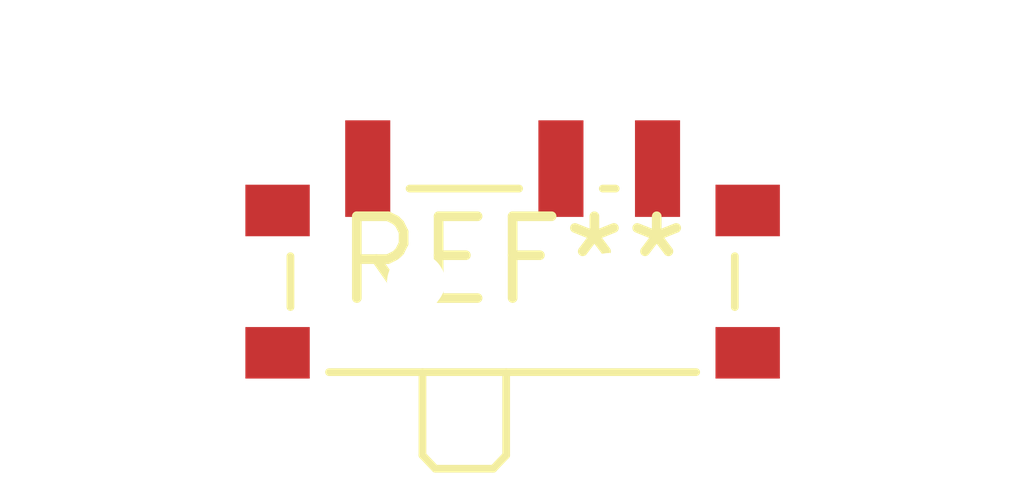
<source format=kicad_pcb>
(kicad_pcb (version 20240108) (generator pcbnew)
  (layers (0 "F.Cu" signal) (31 "B.Cu" signal) (34 "B.Paste" user) (35 "F.Paste" user) (36 "B.SilkS" user "B.Silkscreen") (37 "F.SilkS" user "F.Silkscreen") (38 "B.Mask" user) (39 "F.Mask" user) (44 "Edge.Cuts" user))
  (net 0 "")
  (footprint "SW_SPDT_PCM12" (layer "F.Cu") (at 0 0)
    (property "Reference" "REF**")
    (property "Value" "SW_SPDT_PCM12")
    (fp_line (start -3.45 -0.07) (end -3.45 0.72) (layer "F.SilkS") (stroke (width 0.12)))
    (fp_line (start -2.85 1.73) (end 2.85 1.73) (layer "F.SilkS") (stroke (width 0.12)))
    (fp_line (start -1.6 -1.12) (end 0.1 -1.12) (layer "F.SilkS") (stroke (width 0.12)))
    (fp_line (start -1.4 1.73) (end -1.4 3.02) (layer "F.SilkS") (stroke (width 0.12)))
    (fp_line (start -1.4 3.02) (end -1.2 3.23) (layer "F.SilkS") (stroke (width 0.12)))
    (fp_line (start -1.2 3.23) (end -0.3 3.23) (layer "F.SilkS") (stroke (width 0.12)))
    (fp_line (start -0.1 3.02) (end -0.3 3.23) (layer "F.SilkS") (stroke (width 0.12)))
    (fp_line (start -0.1 3.02) (end -0.1 1.73) (layer "F.SilkS") (stroke (width 0.12)))
    (fp_line (start 1.4 -1.12) (end 1.6 -1.12) (layer "F.SilkS") (stroke (width 0.12)))
    (fp_line (start 3.45 0.72) (end 3.45 -0.07) (layer "F.SilkS") (stroke (width 0.12)))
    (pad "" smd rect (at -3.65 -0.78) (size 1 0.8) (layers "F.Cu" "F.Paste" "F.Mask"))
    (pad "" smd rect (at -3.65 1.43) (size 1 0.8) (layers "F.Cu" "F.Paste" "F.Mask"))
    (pad "" np_thru_hole circle (at -1.5 0.33) (size 0.9 0.9) (drill 0.9) (layers *.Cu *.Mask))
    (pad "" np_thru_hole circle (at 1.5 0.33) (size 0.9 0.9) (drill 0.9) (layers *.Cu *.Mask))
    (pad "" smd rect (at 3.65 -0.78) (size 1 0.8) (layers "F.Cu" "F.Paste" "F.Mask"))
    (pad "" smd rect (at 3.65 1.43) (size 1 0.8) (layers "F.Cu" "F.Paste" "F.Mask"))
    (pad "1" smd rect (at -2.25 -1.43) (size 0.7 1.5) (layers "F.Cu" "F.Paste" "F.Mask"))
    (pad "2" smd rect (at 0.75 -1.43) (size 0.7 1.5) (layers "F.Cu" "F.Paste" "F.Mask"))
    (pad "3" smd rect (at 2.25 -1.43) (size 0.7 1.5) (layers "F.Cu" "F.Paste" "F.Mask"))
  )
)
</source>
